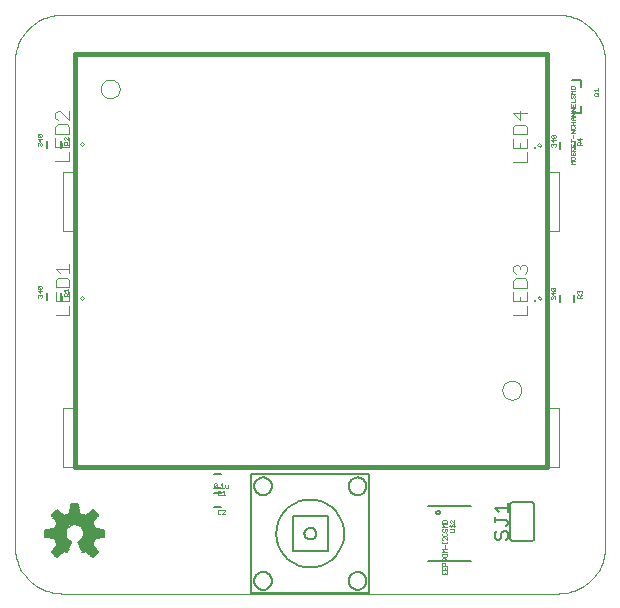
<source format=gto>
G75*
G70*
%OFA0B0*%
%FSLAX24Y24*%
%IPPOS*%
%LPD*%
%AMOC8*
5,1,8,0,0,1.08239X$1,22.5*
%
%ADD10C,0.0000*%
%ADD11C,0.0060*%
%ADD12C,0.0080*%
%ADD13C,0.0010*%
%ADD14C,0.0050*%
%ADD15C,0.0025*%
%ADD16C,0.0098*%
%ADD17C,0.0040*%
%ADD18C,0.0160*%
%ADD19C,0.0059*%
D10*
X005418Y002075D02*
X005418Y018217D01*
X005420Y018294D01*
X005426Y018371D01*
X005435Y018448D01*
X005448Y018524D01*
X005465Y018600D01*
X005486Y018674D01*
X005510Y018748D01*
X005538Y018820D01*
X005569Y018890D01*
X005604Y018959D01*
X005642Y019027D01*
X005683Y019092D01*
X005728Y019155D01*
X005776Y019216D01*
X005826Y019275D01*
X005879Y019331D01*
X005935Y019384D01*
X005994Y019434D01*
X006055Y019482D01*
X006118Y019527D01*
X006183Y019568D01*
X006251Y019606D01*
X006320Y019641D01*
X006390Y019672D01*
X006462Y019700D01*
X006536Y019724D01*
X006610Y019745D01*
X006686Y019762D01*
X006762Y019775D01*
X006839Y019784D01*
X006916Y019790D01*
X006993Y019792D01*
X006993Y019791D02*
X023528Y019791D01*
X023528Y019792D02*
X023605Y019790D01*
X023682Y019784D01*
X023759Y019775D01*
X023835Y019762D01*
X023911Y019745D01*
X023985Y019724D01*
X024059Y019700D01*
X024131Y019672D01*
X024201Y019641D01*
X024270Y019606D01*
X024338Y019568D01*
X024403Y019527D01*
X024466Y019482D01*
X024527Y019434D01*
X024586Y019384D01*
X024642Y019331D01*
X024695Y019275D01*
X024745Y019216D01*
X024793Y019155D01*
X024838Y019092D01*
X024879Y019027D01*
X024917Y018959D01*
X024952Y018890D01*
X024983Y018820D01*
X025011Y018748D01*
X025035Y018674D01*
X025056Y018600D01*
X025073Y018524D01*
X025086Y018448D01*
X025095Y018371D01*
X025101Y018294D01*
X025103Y018217D01*
X025103Y002075D01*
X025101Y001998D01*
X025095Y001921D01*
X025086Y001844D01*
X025073Y001768D01*
X025056Y001692D01*
X025035Y001618D01*
X025011Y001544D01*
X024983Y001472D01*
X024952Y001402D01*
X024917Y001333D01*
X024879Y001265D01*
X024838Y001200D01*
X024793Y001137D01*
X024745Y001076D01*
X024695Y001017D01*
X024642Y000961D01*
X024586Y000908D01*
X024527Y000858D01*
X024466Y000810D01*
X024403Y000765D01*
X024338Y000724D01*
X024270Y000686D01*
X024201Y000651D01*
X024131Y000620D01*
X024059Y000592D01*
X023985Y000568D01*
X023911Y000547D01*
X023835Y000530D01*
X023759Y000517D01*
X023682Y000508D01*
X023605Y000502D01*
X023528Y000500D01*
X006993Y000500D01*
X006916Y000502D01*
X006839Y000508D01*
X006762Y000517D01*
X006686Y000530D01*
X006610Y000547D01*
X006536Y000568D01*
X006462Y000592D01*
X006390Y000620D01*
X006320Y000651D01*
X006251Y000686D01*
X006183Y000724D01*
X006118Y000765D01*
X006055Y000810D01*
X005994Y000858D01*
X005935Y000908D01*
X005879Y000961D01*
X005826Y001017D01*
X005776Y001076D01*
X005728Y001137D01*
X005683Y001200D01*
X005642Y001265D01*
X005604Y001333D01*
X005569Y001402D01*
X005538Y001472D01*
X005510Y001544D01*
X005486Y001618D01*
X005465Y001692D01*
X005448Y001768D01*
X005435Y001844D01*
X005426Y001921D01*
X005420Y001998D01*
X005418Y002075D01*
X007026Y004720D02*
X007420Y004720D01*
X007420Y006689D01*
X007026Y006689D01*
X007026Y004720D01*
X007026Y012594D02*
X007420Y012594D01*
X007420Y014563D01*
X007026Y014563D01*
X007026Y012594D01*
X008286Y017319D02*
X008288Y017354D01*
X008294Y017389D01*
X008304Y017423D01*
X008317Y017456D01*
X008334Y017487D01*
X008355Y017515D01*
X008378Y017542D01*
X008405Y017565D01*
X008433Y017586D01*
X008464Y017603D01*
X008497Y017616D01*
X008531Y017626D01*
X008566Y017632D01*
X008601Y017634D01*
X008636Y017632D01*
X008671Y017626D01*
X008705Y017616D01*
X008738Y017603D01*
X008769Y017586D01*
X008797Y017565D01*
X008824Y017542D01*
X008847Y017515D01*
X008868Y017487D01*
X008885Y017456D01*
X008898Y017423D01*
X008908Y017389D01*
X008914Y017354D01*
X008916Y017319D01*
X008914Y017284D01*
X008908Y017249D01*
X008898Y017215D01*
X008885Y017182D01*
X008868Y017151D01*
X008847Y017123D01*
X008824Y017096D01*
X008797Y017073D01*
X008769Y017052D01*
X008738Y017035D01*
X008705Y017022D01*
X008671Y017012D01*
X008636Y017006D01*
X008601Y017004D01*
X008566Y017006D01*
X008531Y017012D01*
X008497Y017022D01*
X008464Y017035D01*
X008433Y017052D01*
X008405Y017073D01*
X008378Y017096D01*
X008355Y017123D01*
X008334Y017151D01*
X008317Y017182D01*
X008304Y017215D01*
X008294Y017249D01*
X008288Y017284D01*
X008286Y017319D01*
X021672Y007280D02*
X021674Y007315D01*
X021680Y007350D01*
X021690Y007384D01*
X021703Y007417D01*
X021720Y007448D01*
X021741Y007476D01*
X021764Y007503D01*
X021791Y007526D01*
X021819Y007547D01*
X021850Y007564D01*
X021883Y007577D01*
X021917Y007587D01*
X021952Y007593D01*
X021987Y007595D01*
X022022Y007593D01*
X022057Y007587D01*
X022091Y007577D01*
X022124Y007564D01*
X022155Y007547D01*
X022183Y007526D01*
X022210Y007503D01*
X022233Y007476D01*
X022254Y007448D01*
X022271Y007417D01*
X022284Y007384D01*
X022294Y007350D01*
X022300Y007315D01*
X022302Y007280D01*
X022300Y007245D01*
X022294Y007210D01*
X022284Y007176D01*
X022271Y007143D01*
X022254Y007112D01*
X022233Y007084D01*
X022210Y007057D01*
X022183Y007034D01*
X022155Y007013D01*
X022124Y006996D01*
X022091Y006983D01*
X022057Y006973D01*
X022022Y006967D01*
X021987Y006965D01*
X021952Y006967D01*
X021917Y006973D01*
X021883Y006983D01*
X021850Y006996D01*
X021819Y007013D01*
X021791Y007034D01*
X021764Y007057D01*
X021741Y007084D01*
X021720Y007112D01*
X021703Y007143D01*
X021690Y007176D01*
X021680Y007210D01*
X021674Y007245D01*
X021672Y007280D01*
X023168Y006689D02*
X023168Y004720D01*
X023562Y004720D01*
X023562Y006689D01*
X023168Y006689D01*
X023168Y012594D02*
X023168Y014563D01*
X023562Y014563D01*
X023562Y012594D01*
X023168Y012594D01*
D11*
X023599Y010461D02*
X023599Y010224D01*
X024072Y010224D02*
X024072Y010461D01*
X024080Y015315D02*
X024080Y015551D01*
X023607Y015551D02*
X023607Y015315D01*
X012286Y004486D02*
X012050Y004486D01*
X012050Y004014D02*
X012286Y004014D01*
X012286Y003861D02*
X012050Y003861D01*
X012050Y003389D02*
X012286Y003389D01*
X019208Y003430D02*
X020628Y003430D01*
X021935Y003456D02*
X021935Y002356D01*
X021937Y002339D01*
X021941Y002322D01*
X021948Y002306D01*
X021958Y002292D01*
X021971Y002279D01*
X021985Y002269D01*
X022001Y002262D01*
X022018Y002258D01*
X022035Y002256D01*
X022635Y002256D01*
X022652Y002258D01*
X022669Y002262D01*
X022685Y002269D01*
X022699Y002279D01*
X022712Y002292D01*
X022722Y002306D01*
X022729Y002322D01*
X022733Y002339D01*
X022735Y002356D01*
X022735Y003456D01*
X022733Y003473D01*
X022729Y003490D01*
X022722Y003506D01*
X022712Y003520D01*
X022699Y003533D01*
X022685Y003543D01*
X022669Y003550D01*
X022652Y003554D01*
X022635Y003556D01*
X022035Y003556D01*
X022018Y003554D01*
X022001Y003550D01*
X021985Y003543D01*
X021971Y003533D01*
X021958Y003520D01*
X021948Y003506D01*
X021941Y003490D01*
X021937Y003473D01*
X021935Y003456D01*
X020628Y001570D02*
X019208Y001570D01*
X006961Y010283D02*
X006961Y010520D01*
X006489Y010520D02*
X006489Y010283D01*
X006489Y015335D02*
X006489Y015571D01*
X006961Y015571D02*
X006961Y015335D01*
D12*
X023977Y016504D02*
X024292Y016504D01*
X024292Y016740D01*
X024292Y017370D02*
X024292Y017606D01*
X023977Y017606D01*
X019471Y003210D02*
X019473Y003225D01*
X019479Y003238D01*
X019488Y003250D01*
X019499Y003259D01*
X019513Y003265D01*
X019528Y003267D01*
X019543Y003265D01*
X019556Y003259D01*
X019568Y003250D01*
X019577Y003239D01*
X019583Y003225D01*
X019585Y003210D01*
X019583Y003195D01*
X019577Y003182D01*
X019568Y003170D01*
X019557Y003161D01*
X019543Y003155D01*
X019528Y003153D01*
X019513Y003155D01*
X019500Y003161D01*
X019488Y003170D01*
X019479Y003181D01*
X019473Y003195D01*
X019471Y003210D01*
D13*
X019698Y002958D02*
X019673Y002933D01*
X019673Y002858D01*
X019823Y002858D01*
X019823Y002933D01*
X019798Y002958D01*
X019698Y002958D01*
X019673Y002810D02*
X019823Y002810D01*
X019898Y002760D02*
X020098Y002760D01*
X020073Y002735D02*
X020073Y002785D01*
X020048Y002810D01*
X020023Y002810D01*
X019998Y002785D01*
X019998Y002735D01*
X019973Y002710D01*
X019948Y002710D01*
X019923Y002735D01*
X019923Y002785D01*
X019948Y002810D01*
X019948Y002858D02*
X019923Y002883D01*
X019923Y002933D01*
X019948Y002958D01*
X019973Y002958D01*
X020073Y002858D01*
X020073Y002958D01*
X020073Y002735D02*
X020048Y002710D01*
X020048Y002663D02*
X019923Y002663D01*
X019923Y002563D02*
X020048Y002563D01*
X020073Y002588D01*
X020073Y002638D01*
X020048Y002663D01*
X019823Y002638D02*
X019823Y002588D01*
X019798Y002563D01*
X019798Y002516D02*
X019823Y002491D01*
X019823Y002441D01*
X019798Y002416D01*
X019698Y002416D01*
X019673Y002441D01*
X019673Y002491D01*
X019698Y002516D01*
X019698Y002563D02*
X019723Y002563D01*
X019748Y002588D01*
X019748Y002638D01*
X019773Y002663D01*
X019798Y002663D01*
X019823Y002638D01*
X019823Y002710D02*
X019673Y002710D01*
X019723Y002760D01*
X019673Y002810D01*
X019698Y002663D02*
X019673Y002638D01*
X019673Y002588D01*
X019698Y002563D01*
X019698Y002368D02*
X019673Y002343D01*
X019673Y002293D01*
X019698Y002268D01*
X019673Y002220D02*
X019673Y002170D01*
X019673Y002195D02*
X019823Y002195D01*
X019823Y002170D02*
X019823Y002220D01*
X019823Y002268D02*
X019723Y002368D01*
X019698Y002368D01*
X019823Y002368D02*
X019823Y002268D01*
X019748Y002123D02*
X019748Y002023D01*
X019673Y001976D02*
X019823Y001976D01*
X019823Y001875D02*
X019673Y001875D01*
X019723Y001926D01*
X019673Y001976D01*
X019698Y001828D02*
X019673Y001803D01*
X019673Y001753D01*
X019698Y001728D01*
X019798Y001728D01*
X019823Y001753D01*
X019823Y001803D01*
X019798Y001828D01*
X019698Y001828D01*
X019698Y001681D02*
X019748Y001681D01*
X019773Y001656D01*
X019773Y001581D01*
X019773Y001631D02*
X019823Y001681D01*
X019823Y001581D02*
X019673Y001581D01*
X019673Y001656D01*
X019698Y001681D01*
X019698Y001534D02*
X019748Y001534D01*
X019773Y001509D01*
X019773Y001434D01*
X019823Y001434D02*
X019673Y001434D01*
X019673Y001509D01*
X019698Y001534D01*
X019673Y001386D02*
X019673Y001286D01*
X019823Y001286D01*
X019823Y001386D01*
X019748Y001336D02*
X019748Y001286D01*
X019673Y001239D02*
X019673Y001139D01*
X019823Y001139D01*
X019823Y001239D01*
X019748Y001189D02*
X019748Y001139D01*
X012426Y003145D02*
X012326Y003145D01*
X012426Y003245D01*
X012426Y003270D01*
X012401Y003295D01*
X012351Y003295D01*
X012326Y003270D01*
X012279Y003270D02*
X012254Y003295D01*
X012203Y003295D01*
X012178Y003270D01*
X012178Y003170D01*
X012203Y003145D01*
X012254Y003145D01*
X012279Y003170D01*
X012254Y003770D02*
X012279Y003795D01*
X012254Y003770D02*
X012203Y003770D01*
X012178Y003795D01*
X012178Y003895D01*
X012203Y003920D01*
X012254Y003920D01*
X012279Y003895D01*
X012326Y003870D02*
X012376Y003920D01*
X012376Y003770D01*
X012326Y003770D02*
X012426Y003770D01*
X012451Y004020D02*
X012526Y004020D01*
X012526Y004120D01*
X012426Y004120D02*
X012426Y004045D01*
X012451Y004020D01*
X012379Y004020D02*
X012278Y004020D01*
X012230Y004020D02*
X012230Y004045D01*
X012205Y004045D01*
X012205Y004020D01*
X012230Y004020D01*
X012158Y004045D02*
X012133Y004020D01*
X012082Y004020D01*
X012057Y004045D01*
X012158Y004145D01*
X012158Y004045D01*
X012158Y004145D02*
X012133Y004170D01*
X012082Y004170D01*
X012057Y004145D01*
X012057Y004045D01*
X012278Y004120D02*
X012329Y004170D01*
X012329Y004020D01*
X012329Y004645D02*
X012329Y004795D01*
X012278Y004745D01*
X012230Y004670D02*
X012230Y004645D01*
X012205Y004645D01*
X012205Y004670D01*
X012230Y004670D01*
X012278Y004645D02*
X012379Y004645D01*
X012426Y004670D02*
X012451Y004645D01*
X012526Y004645D01*
X012526Y004745D01*
X012426Y004745D02*
X012426Y004670D01*
X012158Y004670D02*
X012133Y004645D01*
X012082Y004645D01*
X012057Y004670D01*
X012158Y004770D01*
X012158Y004670D01*
X012158Y004770D02*
X012133Y004795D01*
X012082Y004795D01*
X012057Y004770D01*
X012057Y004670D01*
X007205Y010412D02*
X007055Y010412D01*
X007055Y010487D01*
X007080Y010512D01*
X007130Y010512D01*
X007155Y010487D01*
X007155Y010412D01*
X007155Y010462D02*
X007205Y010512D01*
X007205Y010559D02*
X007205Y010659D01*
X007205Y010609D02*
X007055Y010609D01*
X007105Y010559D01*
X006330Y010587D02*
X006180Y010587D01*
X006255Y010512D01*
X006255Y010612D01*
X006205Y010659D02*
X006180Y010684D01*
X006180Y010734D01*
X006205Y010759D01*
X006305Y010659D01*
X006330Y010684D01*
X006330Y010734D01*
X006305Y010759D01*
X006205Y010759D01*
X006205Y010659D02*
X006305Y010659D01*
X006305Y010465D02*
X006280Y010465D01*
X006255Y010440D01*
X006255Y010415D01*
X006255Y010440D02*
X006230Y010465D01*
X006205Y010465D01*
X006180Y010440D01*
X006180Y010390D01*
X006205Y010365D01*
X006305Y010365D02*
X006330Y010390D01*
X006330Y010440D01*
X006305Y010465D01*
X006305Y015416D02*
X006330Y015441D01*
X006330Y015491D01*
X006305Y015516D01*
X006280Y015516D01*
X006255Y015491D01*
X006255Y015466D01*
X006255Y015491D02*
X006230Y015516D01*
X006205Y015516D01*
X006180Y015491D01*
X006180Y015441D01*
X006205Y015416D01*
X006255Y015563D02*
X006255Y015663D01*
X006205Y015710D02*
X006180Y015735D01*
X006180Y015785D01*
X006205Y015811D01*
X006305Y015710D01*
X006330Y015735D01*
X006330Y015785D01*
X006305Y015811D01*
X006205Y015811D01*
X006205Y015710D02*
X006305Y015710D01*
X006330Y015638D02*
X006180Y015638D01*
X006255Y015563D01*
X007055Y015538D02*
X007055Y015463D01*
X007205Y015463D01*
X007155Y015463D02*
X007155Y015538D01*
X007130Y015563D01*
X007080Y015563D01*
X007055Y015538D01*
X007080Y015610D02*
X007055Y015635D01*
X007055Y015685D01*
X007080Y015711D01*
X007105Y015711D01*
X007205Y015610D01*
X007205Y015711D01*
X007205Y015563D02*
X007155Y015513D01*
X023298Y015471D02*
X023323Y015496D01*
X023348Y015496D01*
X023373Y015471D01*
X023398Y015496D01*
X023423Y015496D01*
X023448Y015471D01*
X023448Y015421D01*
X023423Y015396D01*
X023373Y015446D02*
X023373Y015471D01*
X023373Y015543D02*
X023298Y015618D01*
X023448Y015618D01*
X023423Y015691D02*
X023323Y015791D01*
X023423Y015791D01*
X023448Y015766D01*
X023448Y015716D01*
X023423Y015691D01*
X023323Y015691D01*
X023298Y015716D01*
X023298Y015766D01*
X023323Y015791D01*
X023373Y015644D02*
X023373Y015543D01*
X023298Y015471D02*
X023298Y015421D01*
X023323Y015396D01*
X023946Y015398D02*
X024097Y015398D01*
X024097Y015498D01*
X024173Y015518D02*
X024198Y015544D01*
X024248Y015544D01*
X024273Y015518D01*
X024273Y015443D01*
X024323Y015443D02*
X024173Y015443D01*
X024173Y015518D01*
X024273Y015493D02*
X024323Y015544D01*
X024248Y015591D02*
X024248Y015691D01*
X024173Y015666D02*
X024248Y015591D01*
X024323Y015666D02*
X024173Y015666D01*
X024097Y015595D02*
X023946Y015595D01*
X023946Y015545D02*
X023946Y015645D01*
X024021Y015692D02*
X024021Y015792D01*
X023946Y015840D02*
X024097Y015940D01*
X023946Y015940D01*
X023971Y015987D02*
X024072Y015987D01*
X024097Y016012D01*
X024097Y016062D01*
X024072Y016087D01*
X024097Y016134D02*
X023946Y016134D01*
X023971Y016087D02*
X023946Y016062D01*
X023946Y016012D01*
X023971Y015987D01*
X023946Y015840D02*
X024097Y015840D01*
X024021Y016134D02*
X024021Y016234D01*
X024021Y016282D02*
X024021Y016382D01*
X023996Y016382D02*
X024097Y016382D01*
X024097Y016429D02*
X023946Y016429D01*
X024097Y016529D01*
X023946Y016529D01*
X023946Y016576D02*
X024097Y016676D01*
X023946Y016676D01*
X023946Y016723D02*
X024097Y016723D01*
X024097Y016824D01*
X024097Y016871D02*
X024097Y016971D01*
X024072Y017018D02*
X024097Y017043D01*
X024097Y017093D01*
X024072Y017118D01*
X024046Y017118D01*
X024021Y017093D01*
X024021Y017043D01*
X023996Y017018D01*
X023971Y017018D01*
X023946Y017043D01*
X023946Y017093D01*
X023971Y017118D01*
X023946Y017165D02*
X023996Y017215D01*
X023946Y017266D01*
X024097Y017266D01*
X024097Y017313D02*
X024097Y017388D01*
X024072Y017413D01*
X023971Y017413D01*
X023946Y017388D01*
X023946Y017313D01*
X024097Y017313D01*
X024097Y017165D02*
X023946Y017165D01*
X023946Y016871D02*
X024097Y016871D01*
X024021Y016774D02*
X024021Y016723D01*
X023946Y016723D02*
X023946Y016824D01*
X023946Y016576D02*
X024097Y016576D01*
X023996Y016382D02*
X023946Y016332D01*
X023996Y016282D01*
X024097Y016282D01*
X024097Y016234D02*
X023946Y016234D01*
X023946Y015498D02*
X023946Y015398D01*
X023946Y015350D02*
X023946Y015250D01*
X024097Y015250D01*
X024072Y015203D02*
X024097Y015178D01*
X024097Y015128D01*
X024072Y015103D01*
X024072Y015056D02*
X023971Y015056D01*
X023946Y015031D01*
X023946Y014981D01*
X023971Y014956D01*
X024072Y014956D01*
X024097Y014981D01*
X024097Y015031D01*
X024072Y015056D01*
X024021Y015128D02*
X023996Y015103D01*
X023971Y015103D01*
X023946Y015128D01*
X023946Y015178D01*
X023971Y015203D01*
X024021Y015178D02*
X024046Y015203D01*
X024072Y015203D01*
X024021Y015178D02*
X024021Y015128D01*
X024021Y015250D02*
X024021Y015300D01*
X024021Y015398D02*
X024021Y015448D01*
X023946Y014908D02*
X024097Y014908D01*
X024097Y014808D02*
X023946Y014808D01*
X023996Y014858D01*
X023946Y014908D01*
X024746Y017090D02*
X024721Y017115D01*
X024721Y017166D01*
X024746Y017191D01*
X024847Y017191D01*
X024872Y017166D01*
X024872Y017115D01*
X024847Y017090D01*
X024746Y017090D01*
X024821Y017141D02*
X024872Y017191D01*
X024872Y017238D02*
X024872Y017338D01*
X024872Y017288D02*
X024721Y017288D01*
X024771Y017238D01*
X023415Y010700D02*
X023315Y010700D01*
X023415Y010600D01*
X023440Y010625D01*
X023440Y010675D01*
X023415Y010700D01*
X023315Y010700D02*
X023290Y010675D01*
X023290Y010625D01*
X023315Y010600D01*
X023415Y010600D01*
X023365Y010553D02*
X023365Y010453D01*
X023290Y010528D01*
X023440Y010528D01*
X023415Y010406D02*
X023440Y010381D01*
X023440Y010331D01*
X023415Y010306D01*
X023365Y010356D02*
X023365Y010381D01*
X023390Y010406D01*
X023415Y010406D01*
X023365Y010381D02*
X023340Y010406D01*
X023315Y010406D01*
X023290Y010381D01*
X023290Y010331D01*
X023315Y010306D01*
X024165Y010353D02*
X024165Y010428D01*
X024190Y010453D01*
X024240Y010453D01*
X024265Y010428D01*
X024265Y010353D01*
X024265Y010403D02*
X024315Y010453D01*
X024290Y010500D02*
X024315Y010525D01*
X024315Y010575D01*
X024290Y010600D01*
X024265Y010600D01*
X024240Y010575D01*
X024240Y010550D01*
X024240Y010575D02*
X024215Y010600D01*
X024190Y010600D01*
X024165Y010575D01*
X024165Y010525D01*
X024190Y010500D01*
X024165Y010353D02*
X024315Y010353D01*
D14*
X017235Y004469D02*
X017235Y000531D01*
X013298Y000531D01*
X013298Y004469D01*
X017235Y004469D01*
X016546Y004075D02*
X016548Y004109D01*
X016554Y004143D01*
X016564Y004176D01*
X016577Y004207D01*
X016595Y004237D01*
X016615Y004265D01*
X016639Y004290D01*
X016665Y004312D01*
X016693Y004330D01*
X016724Y004346D01*
X016756Y004358D01*
X016790Y004366D01*
X016824Y004370D01*
X016858Y004370D01*
X016892Y004366D01*
X016926Y004358D01*
X016958Y004346D01*
X016988Y004330D01*
X017017Y004312D01*
X017043Y004290D01*
X017067Y004265D01*
X017087Y004237D01*
X017105Y004207D01*
X017118Y004176D01*
X017128Y004143D01*
X017134Y004109D01*
X017136Y004075D01*
X017134Y004041D01*
X017128Y004007D01*
X017118Y003974D01*
X017105Y003943D01*
X017087Y003913D01*
X017067Y003885D01*
X017043Y003860D01*
X017017Y003838D01*
X016989Y003820D01*
X016958Y003804D01*
X016926Y003792D01*
X016892Y003784D01*
X016858Y003780D01*
X016824Y003780D01*
X016790Y003784D01*
X016756Y003792D01*
X016724Y003804D01*
X016693Y003820D01*
X016665Y003838D01*
X016639Y003860D01*
X016615Y003885D01*
X016595Y003913D01*
X016577Y003943D01*
X016564Y003974D01*
X016554Y004007D01*
X016548Y004041D01*
X016546Y004075D01*
X015857Y003091D02*
X015857Y001909D01*
X014676Y001909D01*
X014676Y003091D01*
X015857Y003091D01*
X015070Y002500D02*
X015072Y002527D01*
X015078Y002554D01*
X015087Y002580D01*
X015100Y002604D01*
X015116Y002627D01*
X015135Y002646D01*
X015157Y002663D01*
X015181Y002677D01*
X015206Y002687D01*
X015233Y002694D01*
X015260Y002697D01*
X015288Y002696D01*
X015315Y002691D01*
X015341Y002683D01*
X015365Y002671D01*
X015388Y002655D01*
X015409Y002637D01*
X015426Y002616D01*
X015441Y002592D01*
X015452Y002567D01*
X015460Y002541D01*
X015464Y002514D01*
X015464Y002486D01*
X015460Y002459D01*
X015452Y002433D01*
X015441Y002408D01*
X015426Y002384D01*
X015409Y002363D01*
X015388Y002345D01*
X015366Y002329D01*
X015341Y002317D01*
X015315Y002309D01*
X015288Y002304D01*
X015260Y002303D01*
X015233Y002306D01*
X015206Y002313D01*
X015181Y002323D01*
X015157Y002337D01*
X015135Y002354D01*
X015116Y002373D01*
X015100Y002396D01*
X015087Y002420D01*
X015078Y002446D01*
X015072Y002473D01*
X015070Y002500D01*
X014135Y002500D02*
X014137Y002567D01*
X014143Y002634D01*
X014153Y002700D01*
X014167Y002766D01*
X014184Y002831D01*
X014206Y002894D01*
X014231Y002956D01*
X014260Y003017D01*
X014292Y003076D01*
X014328Y003132D01*
X014367Y003187D01*
X014409Y003239D01*
X014455Y003288D01*
X014503Y003335D01*
X014554Y003379D01*
X014607Y003420D01*
X014663Y003457D01*
X014720Y003491D01*
X014780Y003522D01*
X014842Y003549D01*
X014904Y003572D01*
X014969Y003592D01*
X015034Y003608D01*
X015100Y003620D01*
X015166Y003628D01*
X015233Y003632D01*
X015301Y003632D01*
X015368Y003628D01*
X015434Y003620D01*
X015500Y003608D01*
X015565Y003592D01*
X015630Y003572D01*
X015692Y003549D01*
X015754Y003522D01*
X015814Y003491D01*
X015871Y003457D01*
X015927Y003420D01*
X015980Y003379D01*
X016031Y003335D01*
X016079Y003288D01*
X016125Y003239D01*
X016167Y003187D01*
X016206Y003132D01*
X016242Y003076D01*
X016274Y003017D01*
X016303Y002956D01*
X016328Y002894D01*
X016350Y002831D01*
X016367Y002766D01*
X016381Y002700D01*
X016391Y002634D01*
X016397Y002567D01*
X016399Y002500D01*
X016397Y002433D01*
X016391Y002366D01*
X016381Y002300D01*
X016367Y002234D01*
X016350Y002169D01*
X016328Y002106D01*
X016303Y002044D01*
X016274Y001983D01*
X016242Y001924D01*
X016206Y001868D01*
X016167Y001813D01*
X016125Y001761D01*
X016079Y001712D01*
X016031Y001665D01*
X015980Y001621D01*
X015927Y001580D01*
X015871Y001543D01*
X015814Y001509D01*
X015754Y001478D01*
X015692Y001451D01*
X015630Y001428D01*
X015565Y001408D01*
X015500Y001392D01*
X015434Y001380D01*
X015368Y001372D01*
X015301Y001368D01*
X015233Y001368D01*
X015166Y001372D01*
X015100Y001380D01*
X015034Y001392D01*
X014969Y001408D01*
X014904Y001428D01*
X014842Y001451D01*
X014780Y001478D01*
X014720Y001509D01*
X014663Y001543D01*
X014607Y001580D01*
X014554Y001621D01*
X014503Y001665D01*
X014455Y001712D01*
X014409Y001761D01*
X014367Y001813D01*
X014328Y001868D01*
X014292Y001924D01*
X014260Y001983D01*
X014231Y002044D01*
X014206Y002106D01*
X014184Y002169D01*
X014167Y002234D01*
X014153Y002300D01*
X014143Y002366D01*
X014137Y002433D01*
X014135Y002500D01*
X013397Y000925D02*
X013399Y000959D01*
X013405Y000993D01*
X013415Y001026D01*
X013428Y001057D01*
X013446Y001087D01*
X013466Y001115D01*
X013490Y001140D01*
X013516Y001162D01*
X013544Y001180D01*
X013575Y001196D01*
X013607Y001208D01*
X013641Y001216D01*
X013675Y001220D01*
X013709Y001220D01*
X013743Y001216D01*
X013777Y001208D01*
X013809Y001196D01*
X013839Y001180D01*
X013868Y001162D01*
X013894Y001140D01*
X013918Y001115D01*
X013938Y001087D01*
X013956Y001057D01*
X013969Y001026D01*
X013979Y000993D01*
X013985Y000959D01*
X013987Y000925D01*
X013985Y000891D01*
X013979Y000857D01*
X013969Y000824D01*
X013956Y000793D01*
X013938Y000763D01*
X013918Y000735D01*
X013894Y000710D01*
X013868Y000688D01*
X013840Y000670D01*
X013809Y000654D01*
X013777Y000642D01*
X013743Y000634D01*
X013709Y000630D01*
X013675Y000630D01*
X013641Y000634D01*
X013607Y000642D01*
X013575Y000654D01*
X013544Y000670D01*
X013516Y000688D01*
X013490Y000710D01*
X013466Y000735D01*
X013446Y000763D01*
X013428Y000793D01*
X013415Y000824D01*
X013405Y000857D01*
X013399Y000891D01*
X013397Y000925D01*
X016546Y000925D02*
X016548Y000959D01*
X016554Y000993D01*
X016564Y001026D01*
X016577Y001057D01*
X016595Y001087D01*
X016615Y001115D01*
X016639Y001140D01*
X016665Y001162D01*
X016693Y001180D01*
X016724Y001196D01*
X016756Y001208D01*
X016790Y001216D01*
X016824Y001220D01*
X016858Y001220D01*
X016892Y001216D01*
X016926Y001208D01*
X016958Y001196D01*
X016988Y001180D01*
X017017Y001162D01*
X017043Y001140D01*
X017067Y001115D01*
X017087Y001087D01*
X017105Y001057D01*
X017118Y001026D01*
X017128Y000993D01*
X017134Y000959D01*
X017136Y000925D01*
X017134Y000891D01*
X017128Y000857D01*
X017118Y000824D01*
X017105Y000793D01*
X017087Y000763D01*
X017067Y000735D01*
X017043Y000710D01*
X017017Y000688D01*
X016989Y000670D01*
X016958Y000654D01*
X016926Y000642D01*
X016892Y000634D01*
X016858Y000630D01*
X016824Y000630D01*
X016790Y000634D01*
X016756Y000642D01*
X016724Y000654D01*
X016693Y000670D01*
X016665Y000688D01*
X016639Y000710D01*
X016615Y000735D01*
X016595Y000763D01*
X016577Y000793D01*
X016564Y000824D01*
X016554Y000857D01*
X016548Y000891D01*
X016546Y000925D01*
X013397Y004075D02*
X013399Y004109D01*
X013405Y004143D01*
X013415Y004176D01*
X013428Y004207D01*
X013446Y004237D01*
X013466Y004265D01*
X013490Y004290D01*
X013516Y004312D01*
X013544Y004330D01*
X013575Y004346D01*
X013607Y004358D01*
X013641Y004366D01*
X013675Y004370D01*
X013709Y004370D01*
X013743Y004366D01*
X013777Y004358D01*
X013809Y004346D01*
X013839Y004330D01*
X013868Y004312D01*
X013894Y004290D01*
X013918Y004265D01*
X013938Y004237D01*
X013956Y004207D01*
X013969Y004176D01*
X013979Y004143D01*
X013985Y004109D01*
X013987Y004075D01*
X013985Y004041D01*
X013979Y004007D01*
X013969Y003974D01*
X013956Y003943D01*
X013938Y003913D01*
X013918Y003885D01*
X013894Y003860D01*
X013868Y003838D01*
X013840Y003820D01*
X013809Y003804D01*
X013777Y003792D01*
X013743Y003784D01*
X013709Y003780D01*
X013675Y003780D01*
X013641Y003784D01*
X013607Y003792D01*
X013575Y003804D01*
X013544Y003820D01*
X013516Y003838D01*
X013490Y003860D01*
X013466Y003885D01*
X013446Y003913D01*
X013428Y003943D01*
X013415Y003974D01*
X013405Y004007D01*
X013399Y004041D01*
X013397Y004075D01*
X021410Y003352D02*
X021860Y003352D01*
X021860Y003202D02*
X021860Y003503D01*
X021560Y003202D02*
X021410Y003352D01*
X021410Y003042D02*
X021410Y002892D01*
X021410Y002967D02*
X021785Y002967D01*
X021860Y002892D01*
X021860Y002817D01*
X021785Y002742D01*
X021785Y002582D02*
X021860Y002507D01*
X021860Y002357D01*
X021785Y002281D01*
X021635Y002357D02*
X021635Y002507D01*
X021710Y002582D01*
X021785Y002582D01*
X021635Y002357D02*
X021560Y002281D01*
X021485Y002281D01*
X021410Y002357D01*
X021410Y002507D01*
X021485Y002582D01*
D15*
X022916Y010280D02*
X022975Y010339D01*
X022906Y010407D01*
X022847Y010348D01*
X022916Y010280D01*
X022910Y015398D02*
X022969Y015457D01*
X022900Y015526D01*
X022841Y015467D01*
X022910Y015398D01*
X007713Y015469D02*
X007654Y015409D01*
X007585Y015478D01*
X007644Y015537D01*
X007713Y015469D01*
X007650Y010419D02*
X007719Y010350D01*
X007660Y010291D01*
X007591Y010360D01*
X007650Y010419D01*
D16*
X007493Y010252D03*
X007487Y015370D03*
X022743Y015358D03*
X022749Y010240D03*
D17*
X022493Y010238D02*
X022493Y010545D01*
X022493Y010699D02*
X022493Y010929D01*
X022416Y011006D01*
X022109Y011006D01*
X022032Y010929D01*
X022032Y010699D01*
X022493Y010699D01*
X022262Y010392D02*
X022262Y010238D01*
X022032Y010238D02*
X022493Y010238D01*
X022493Y010085D02*
X022493Y009778D01*
X022032Y009778D01*
X022032Y010238D02*
X022032Y010545D01*
X022109Y011159D02*
X022032Y011236D01*
X022032Y011389D01*
X022109Y011466D01*
X022186Y011466D01*
X022262Y011389D01*
X022339Y011466D01*
X022416Y011466D01*
X022493Y011389D01*
X022493Y011236D01*
X022416Y011159D01*
X022262Y011313D02*
X022262Y011389D01*
X022026Y014896D02*
X022487Y014896D01*
X022487Y015203D01*
X022487Y015356D02*
X022487Y015663D01*
X022487Y015817D02*
X022487Y016047D01*
X022410Y016124D01*
X022103Y016124D01*
X022026Y016047D01*
X022026Y015817D01*
X022487Y015817D01*
X022256Y015510D02*
X022256Y015356D01*
X022026Y015356D02*
X022026Y015663D01*
X022026Y015356D02*
X022487Y015356D01*
X022256Y016277D02*
X022256Y016584D01*
X022026Y016507D02*
X022256Y016277D01*
X022487Y016507D02*
X022026Y016507D01*
X007231Y016596D02*
X007231Y016289D01*
X006924Y016596D01*
X006847Y016596D01*
X006770Y016519D01*
X006770Y016366D01*
X006847Y016289D01*
X006847Y016136D02*
X006770Y016059D01*
X006770Y015829D01*
X007231Y015829D01*
X007231Y016059D01*
X007154Y016136D01*
X006847Y016136D01*
X006770Y015675D02*
X006770Y015368D01*
X007231Y015368D01*
X007231Y015675D01*
X007001Y015522D02*
X007001Y015368D01*
X007231Y015215D02*
X007231Y014908D01*
X006770Y014908D01*
X007237Y011478D02*
X007237Y011171D01*
X007237Y011324D02*
X006776Y011324D01*
X006930Y011171D01*
X006853Y011017D02*
X006776Y010941D01*
X006776Y010710D01*
X007237Y010710D01*
X007237Y010941D01*
X007160Y011017D01*
X006853Y011017D01*
X006776Y010557D02*
X006776Y010250D01*
X007237Y010250D01*
X007237Y010557D01*
X007006Y010404D02*
X007006Y010250D01*
X007237Y010097D02*
X007237Y009790D01*
X006776Y009790D01*
D18*
X007420Y004720D02*
X023168Y004720D01*
X023168Y018500D01*
X007420Y018500D01*
X007420Y004720D01*
D19*
X007538Y003477D02*
X007298Y003477D01*
X007266Y003159D01*
X007159Y003125D01*
X007060Y003074D01*
X006812Y003276D01*
X006643Y003106D01*
X006844Y002859D01*
X006793Y002759D01*
X006759Y002652D01*
X006441Y002620D01*
X006441Y002380D01*
X006759Y002348D01*
X006793Y002241D01*
X006844Y002141D01*
X006643Y001894D01*
X006812Y001724D01*
X007060Y001926D01*
X007159Y001875D01*
X007300Y002216D01*
X007247Y002244D01*
X007201Y002282D01*
X007162Y002329D01*
X007134Y002382D01*
X007116Y002440D01*
X007111Y002500D01*
X007117Y002563D01*
X007136Y002623D01*
X007167Y002678D01*
X007209Y002725D01*
X007259Y002763D01*
X007317Y002790D01*
X007378Y002805D01*
X007441Y002807D01*
X007503Y002796D01*
X007562Y002772D01*
X007614Y002737D01*
X007659Y002692D01*
X007693Y002639D01*
X007715Y002580D01*
X007725Y002517D01*
X007722Y002454D01*
X007706Y002393D01*
X007679Y002336D01*
X007640Y002287D01*
X007591Y002246D01*
X007536Y002216D01*
X007677Y001875D01*
X007777Y001926D01*
X008024Y001724D01*
X008194Y001894D01*
X007992Y002141D01*
X008043Y002241D01*
X008077Y002348D01*
X008395Y002380D01*
X008395Y002620D01*
X008077Y002652D01*
X008043Y002759D01*
X007992Y002859D01*
X008194Y003106D01*
X008024Y003276D01*
X007777Y003074D01*
X007677Y003125D01*
X007570Y003159D01*
X007538Y003477D01*
X007542Y003435D02*
X007294Y003435D01*
X007288Y003378D02*
X007548Y003378D01*
X007554Y003320D02*
X007282Y003320D01*
X007276Y003263D02*
X007560Y003263D01*
X007566Y003205D02*
X007271Y003205D01*
X007229Y003148D02*
X007607Y003148D01*
X007745Y003090D02*
X007091Y003090D01*
X007040Y003090D02*
X006656Y003090D01*
X006684Y003148D02*
X006969Y003148D01*
X006899Y003205D02*
X006742Y003205D01*
X006799Y003263D02*
X006828Y003263D01*
X006702Y003032D02*
X008134Y003032D01*
X008087Y002975D02*
X006749Y002975D01*
X006796Y002917D02*
X008040Y002917D01*
X007993Y002860D02*
X006843Y002860D01*
X006815Y002802D02*
X007366Y002802D01*
X007466Y002802D02*
X008021Y002802D01*
X008048Y002745D02*
X007603Y002745D01*
X007662Y002687D02*
X008066Y002687D01*
X008301Y002630D02*
X007696Y002630D01*
X007716Y002572D02*
X008395Y002572D01*
X008395Y002514D02*
X007725Y002514D01*
X007722Y002457D02*
X008395Y002457D01*
X008395Y002399D02*
X007708Y002399D01*
X007681Y002342D02*
X008076Y002342D01*
X008057Y002284D02*
X007637Y002284D01*
X007556Y002227D02*
X008036Y002227D01*
X008006Y002169D02*
X007555Y002169D01*
X007579Y002112D02*
X008016Y002112D01*
X008063Y002054D02*
X007603Y002054D01*
X007627Y001996D02*
X008110Y001996D01*
X008157Y001939D02*
X007651Y001939D01*
X007674Y001881D02*
X007690Y001881D01*
X007832Y001881D02*
X008181Y001881D01*
X008123Y001824D02*
X007902Y001824D01*
X007973Y001766D02*
X008066Y001766D01*
X007257Y002112D02*
X006820Y002112D01*
X006830Y002169D02*
X007281Y002169D01*
X007280Y002227D02*
X006800Y002227D01*
X006779Y002284D02*
X007199Y002284D01*
X007156Y002342D02*
X006761Y002342D01*
X006773Y002054D02*
X007233Y002054D01*
X007210Y001996D02*
X006726Y001996D01*
X006679Y001939D02*
X007186Y001939D01*
X007162Y001881D02*
X007146Y001881D01*
X007005Y001881D02*
X006655Y001881D01*
X006713Y001824D02*
X006934Y001824D01*
X006863Y001766D02*
X006770Y001766D01*
X006441Y002399D02*
X007129Y002399D01*
X007115Y002457D02*
X006441Y002457D01*
X006441Y002514D02*
X007112Y002514D01*
X007120Y002572D02*
X006441Y002572D01*
X006536Y002630D02*
X007140Y002630D01*
X007175Y002687D02*
X006770Y002687D01*
X006788Y002745D02*
X007234Y002745D01*
X007796Y003090D02*
X008181Y003090D01*
X008152Y003148D02*
X007867Y003148D01*
X007938Y003205D02*
X008095Y003205D01*
X008037Y003263D02*
X008008Y003263D01*
M02*

</source>
